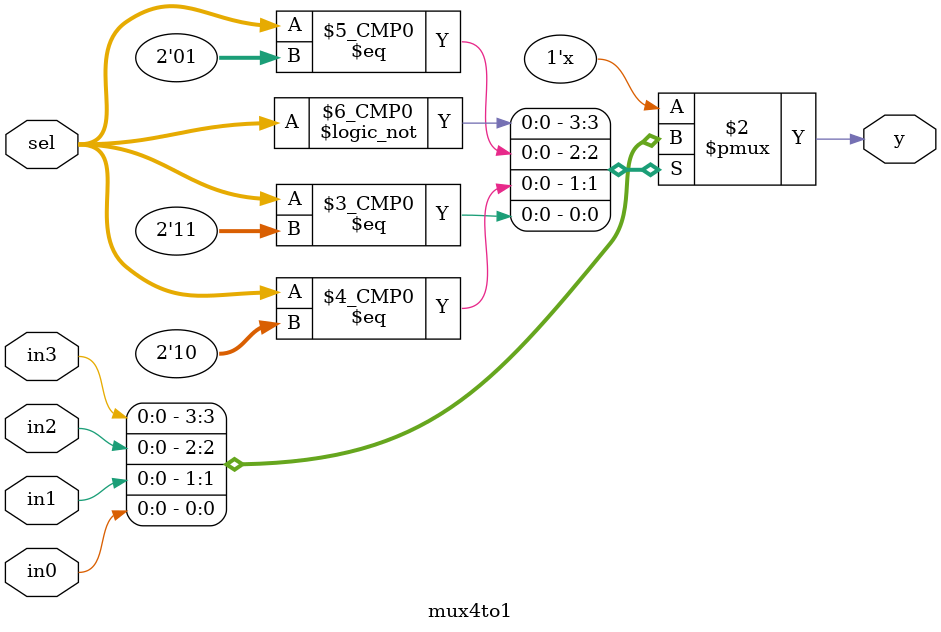
<source format=v>

module mux4to1(in0,in1,in2,in3,y,sel);

input in0,in1,in2,in3;
input [1:0] sel;
output y;

reg y;
always@(in0 or in1 or in2 or in3 or sel)
begin
case(sel)
2'b00:y=in3;  
2'b01:y=in2;
2'b10:y=in1;	
2'b11:y=in0;  
//default:y=1'bx;
endcase   
end

/*wire a,b,c,d,s0,s1,e,f,g,h,y;
assign s0=~sel[0];
assign s1=~sel[1];
assign a=s0&s1;
assign b=s1&sel[0];
assign c=sel[1]&s0;
assign d=sel[1]&sel[0];
assign e=a&in3;
assign f=b&in2;
assign g=c&in1;
assign h=d&in0;
assign y=e|f|g|h;*/

endmodule

</source>
